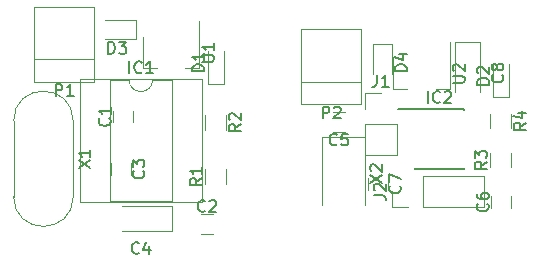
<source format=gto>
G04 #@! TF.FileFunction,Legend,Top*
%FSLAX46Y46*%
G04 Gerber Fmt 4.6, Leading zero omitted, Abs format (unit mm)*
G04 Created by KiCad (PCBNEW 4.0.7) date Thu May 24 16:02:08 2018*
%MOMM*%
%LPD*%
G01*
G04 APERTURE LIST*
%ADD10C,0.150000*%
%ADD11C,0.120000*%
G04 APERTURE END LIST*
D10*
D11*
X108696000Y-107636000D02*
G75*
G02X106696000Y-107636000I-1000000J0D01*
G01*
X106696000Y-107636000D02*
X105046000Y-107636000D01*
X105046000Y-107636000D02*
X105046000Y-117916000D01*
X105046000Y-117916000D02*
X110346000Y-117916000D01*
X110346000Y-117916000D02*
X110346000Y-107636000D01*
X110346000Y-107636000D02*
X108696000Y-107636000D01*
X102556000Y-107576000D02*
X102556000Y-117976000D01*
X102556000Y-117976000D02*
X112836000Y-117976000D01*
X112836000Y-117976000D02*
X112836000Y-107576000D01*
X112836000Y-107576000D02*
X102556000Y-107576000D01*
X105322000Y-110244000D02*
X105322000Y-111244000D01*
X107022000Y-111244000D02*
X107022000Y-110244000D01*
X113784000Y-119038000D02*
X112784000Y-119038000D01*
X112784000Y-120738000D02*
X113784000Y-120738000D01*
X106895000Y-115689000D02*
X106895000Y-114689000D01*
X105195000Y-114689000D02*
X105195000Y-115689000D01*
X110346000Y-120430000D02*
X106096000Y-120430000D01*
X110346000Y-118330000D02*
X106096000Y-118330000D01*
X110346000Y-120430000D02*
X110346000Y-118330000D01*
X113346000Y-107972000D02*
X114746000Y-107972000D01*
X114746000Y-107972000D02*
X114746000Y-105172000D01*
X113346000Y-107972000D02*
X113346000Y-105172000D01*
X107264000Y-104178000D02*
X107264000Y-102578000D01*
X107264000Y-102578000D02*
X104664000Y-102578000D01*
X107264000Y-104178000D02*
X104664000Y-104178000D01*
X98679000Y-105918000D02*
X103759000Y-105918000D01*
X98679000Y-101478000D02*
X103759000Y-101478000D01*
X103759000Y-107818000D02*
X98679000Y-107818000D01*
X103759000Y-107818000D02*
X103759000Y-101478000D01*
X98679000Y-107818000D02*
X98679000Y-101478000D01*
X114926000Y-115224000D02*
X114926000Y-116424000D01*
X113166000Y-116424000D02*
X113166000Y-115224000D01*
X113166000Y-111852000D02*
X113166000Y-110652000D01*
X114926000Y-110652000D02*
X114926000Y-111852000D01*
X109036000Y-106682000D02*
X107836000Y-106682000D01*
X107836000Y-106682000D02*
X107836000Y-103982000D01*
X112636000Y-102682000D02*
X112636000Y-106682000D01*
X112636000Y-106682000D02*
X111436000Y-106682000D01*
X123960000Y-112102000D02*
X124960000Y-112102000D01*
X124960000Y-110402000D02*
X123960000Y-110402000D01*
X137326000Y-117483000D02*
X137326000Y-118483000D01*
X139026000Y-118483000D02*
X139026000Y-117483000D01*
X128612000Y-116959000D02*
X128612000Y-115959000D01*
X126912000Y-115959000D02*
X126912000Y-116959000D01*
X136432000Y-104411000D02*
X136432000Y-108661000D01*
X134332000Y-104411000D02*
X134332000Y-108661000D01*
X136432000Y-104411000D02*
X134332000Y-104411000D01*
X137476000Y-109115000D02*
X138876000Y-109115000D01*
X138876000Y-109115000D02*
X138876000Y-106315000D01*
X137476000Y-109115000D02*
X137476000Y-106315000D01*
X128943000Y-104572000D02*
X127343000Y-104572000D01*
X127343000Y-104572000D02*
X127343000Y-107172000D01*
X128943000Y-104572000D02*
X128943000Y-107172000D01*
D10*
X130894000Y-110074000D02*
X130894000Y-110124000D01*
X135044000Y-110074000D02*
X135044000Y-110219000D01*
X135044000Y-115224000D02*
X135044000Y-115079000D01*
X130894000Y-115224000D02*
X130894000Y-115079000D01*
X130894000Y-110074000D02*
X135044000Y-110074000D01*
X130894000Y-115224000D02*
X135044000Y-115224000D01*
X130894000Y-110124000D02*
X129494000Y-110124000D01*
D11*
X121285000Y-107823000D02*
X126365000Y-107823000D01*
X121285000Y-103383000D02*
X126365000Y-103383000D01*
X126365000Y-109723000D02*
X121285000Y-109723000D01*
X126365000Y-109723000D02*
X126365000Y-103383000D01*
X121285000Y-109723000D02*
X121285000Y-103383000D01*
X139056000Y-113827000D02*
X139056000Y-115027000D01*
X137296000Y-115027000D02*
X137296000Y-113827000D01*
X137296000Y-111725000D02*
X137296000Y-110525000D01*
X139056000Y-110525000D02*
X139056000Y-111725000D01*
X130245000Y-108460000D02*
X129045000Y-108460000D01*
X129045000Y-108460000D02*
X129045000Y-105760000D01*
X133845000Y-104460000D02*
X133845000Y-108460000D01*
X133845000Y-108460000D02*
X132645000Y-108460000D01*
X126641000Y-118270000D02*
X126641000Y-112520000D01*
X126641000Y-112520000D02*
X123041000Y-112520000D01*
X123041000Y-112520000D02*
X123041000Y-118270000D01*
X101966000Y-111127000D02*
X101966000Y-117527000D01*
X96916000Y-111127000D02*
X96916000Y-117527000D01*
X96916000Y-111127000D02*
G75*
G02X101966000Y-111127000I2525000J0D01*
G01*
X96916000Y-117527000D02*
G75*
G03X101966000Y-117527000I2525000J0D01*
G01*
X126686000Y-113979000D02*
X129346000Y-113979000D01*
X126686000Y-111379000D02*
X126686000Y-113979000D01*
X129346000Y-111379000D02*
X129346000Y-113979000D01*
X126686000Y-111379000D02*
X129346000Y-111379000D01*
X126686000Y-110109000D02*
X126686000Y-108779000D01*
X126686000Y-108779000D02*
X128016000Y-108779000D01*
X136712000Y-118424000D02*
X136712000Y-115764000D01*
X131572000Y-118424000D02*
X136712000Y-118424000D01*
X131572000Y-115764000D02*
X136712000Y-115764000D01*
X131572000Y-118424000D02*
X131572000Y-115764000D01*
X130302000Y-118424000D02*
X128972000Y-118424000D01*
X128972000Y-118424000D02*
X128972000Y-117094000D01*
D10*
X106719810Y-107088381D02*
X106719810Y-106088381D01*
X107767429Y-106993143D02*
X107719810Y-107040762D01*
X107576953Y-107088381D01*
X107481715Y-107088381D01*
X107338857Y-107040762D01*
X107243619Y-106945524D01*
X107196000Y-106850286D01*
X107148381Y-106659810D01*
X107148381Y-106516952D01*
X107196000Y-106326476D01*
X107243619Y-106231238D01*
X107338857Y-106136000D01*
X107481715Y-106088381D01*
X107576953Y-106088381D01*
X107719810Y-106136000D01*
X107767429Y-106183619D01*
X108719810Y-107088381D02*
X108148381Y-107088381D01*
X108434095Y-107088381D02*
X108434095Y-106088381D01*
X108338857Y-106231238D01*
X108243619Y-106326476D01*
X108148381Y-106374095D01*
X105029143Y-110910666D02*
X105076762Y-110958285D01*
X105124381Y-111101142D01*
X105124381Y-111196380D01*
X105076762Y-111339238D01*
X104981524Y-111434476D01*
X104886286Y-111482095D01*
X104695810Y-111529714D01*
X104552952Y-111529714D01*
X104362476Y-111482095D01*
X104267238Y-111434476D01*
X104172000Y-111339238D01*
X104124381Y-111196380D01*
X104124381Y-111101142D01*
X104172000Y-110958285D01*
X104219619Y-110910666D01*
X105124381Y-109958285D02*
X105124381Y-110529714D01*
X105124381Y-110244000D02*
X104124381Y-110244000D01*
X104267238Y-110339238D01*
X104362476Y-110434476D01*
X104410095Y-110529714D01*
X113117334Y-118745143D02*
X113069715Y-118792762D01*
X112926858Y-118840381D01*
X112831620Y-118840381D01*
X112688762Y-118792762D01*
X112593524Y-118697524D01*
X112545905Y-118602286D01*
X112498286Y-118411810D01*
X112498286Y-118268952D01*
X112545905Y-118078476D01*
X112593524Y-117983238D01*
X112688762Y-117888000D01*
X112831620Y-117840381D01*
X112926858Y-117840381D01*
X113069715Y-117888000D01*
X113117334Y-117935619D01*
X113498286Y-117935619D02*
X113545905Y-117888000D01*
X113641143Y-117840381D01*
X113879239Y-117840381D01*
X113974477Y-117888000D01*
X114022096Y-117935619D01*
X114069715Y-118030857D01*
X114069715Y-118126095D01*
X114022096Y-118268952D01*
X113450667Y-118840381D01*
X114069715Y-118840381D01*
X107902143Y-115355666D02*
X107949762Y-115403285D01*
X107997381Y-115546142D01*
X107997381Y-115641380D01*
X107949762Y-115784238D01*
X107854524Y-115879476D01*
X107759286Y-115927095D01*
X107568810Y-115974714D01*
X107425952Y-115974714D01*
X107235476Y-115927095D01*
X107140238Y-115879476D01*
X107045000Y-115784238D01*
X106997381Y-115641380D01*
X106997381Y-115546142D01*
X107045000Y-115403285D01*
X107092619Y-115355666D01*
X106997381Y-115022333D02*
X106997381Y-114403285D01*
X107378333Y-114736619D01*
X107378333Y-114593761D01*
X107425952Y-114498523D01*
X107473571Y-114450904D01*
X107568810Y-114403285D01*
X107806905Y-114403285D01*
X107902143Y-114450904D01*
X107949762Y-114498523D01*
X107997381Y-114593761D01*
X107997381Y-114879476D01*
X107949762Y-114974714D01*
X107902143Y-115022333D01*
X107529334Y-122287143D02*
X107481715Y-122334762D01*
X107338858Y-122382381D01*
X107243620Y-122382381D01*
X107100762Y-122334762D01*
X107005524Y-122239524D01*
X106957905Y-122144286D01*
X106910286Y-121953810D01*
X106910286Y-121810952D01*
X106957905Y-121620476D01*
X107005524Y-121525238D01*
X107100762Y-121430000D01*
X107243620Y-121382381D01*
X107338858Y-121382381D01*
X107481715Y-121430000D01*
X107529334Y-121477619D01*
X108386477Y-121715714D02*
X108386477Y-122382381D01*
X108148381Y-121334762D02*
X107910286Y-122049048D01*
X108529334Y-122049048D01*
X113048381Y-106910095D02*
X112048381Y-106910095D01*
X112048381Y-106672000D01*
X112096000Y-106529142D01*
X112191238Y-106433904D01*
X112286476Y-106386285D01*
X112476952Y-106338666D01*
X112619810Y-106338666D01*
X112810286Y-106386285D01*
X112905524Y-106433904D01*
X113000762Y-106529142D01*
X113048381Y-106672000D01*
X113048381Y-106910095D01*
X113048381Y-105386285D02*
X113048381Y-105957714D01*
X113048381Y-105672000D02*
X112048381Y-105672000D01*
X112191238Y-105767238D01*
X112286476Y-105862476D01*
X112334095Y-105957714D01*
X104925905Y-105430381D02*
X104925905Y-104430381D01*
X105164000Y-104430381D01*
X105306858Y-104478000D01*
X105402096Y-104573238D01*
X105449715Y-104668476D01*
X105497334Y-104858952D01*
X105497334Y-105001810D01*
X105449715Y-105192286D01*
X105402096Y-105287524D01*
X105306858Y-105382762D01*
X105164000Y-105430381D01*
X104925905Y-105430381D01*
X105830667Y-104430381D02*
X106449715Y-104430381D01*
X106116381Y-104811333D01*
X106259239Y-104811333D01*
X106354477Y-104858952D01*
X106402096Y-104906571D01*
X106449715Y-105001810D01*
X106449715Y-105239905D01*
X106402096Y-105335143D01*
X106354477Y-105382762D01*
X106259239Y-105430381D01*
X105973524Y-105430381D01*
X105878286Y-105382762D01*
X105830667Y-105335143D01*
X100480905Y-109000381D02*
X100480905Y-108000381D01*
X100861858Y-108000381D01*
X100957096Y-108048000D01*
X101004715Y-108095619D01*
X101052334Y-108190857D01*
X101052334Y-108333714D01*
X101004715Y-108428952D01*
X100957096Y-108476571D01*
X100861858Y-108524190D01*
X100480905Y-108524190D01*
X102004715Y-109000381D02*
X101433286Y-109000381D01*
X101719000Y-109000381D02*
X101719000Y-108000381D01*
X101623762Y-108143238D01*
X101528524Y-108238476D01*
X101433286Y-108286095D01*
X112848381Y-115990666D02*
X112372190Y-116324000D01*
X112848381Y-116562095D02*
X111848381Y-116562095D01*
X111848381Y-116181142D01*
X111896000Y-116085904D01*
X111943619Y-116038285D01*
X112038857Y-115990666D01*
X112181714Y-115990666D01*
X112276952Y-116038285D01*
X112324571Y-116085904D01*
X112372190Y-116181142D01*
X112372190Y-116562095D01*
X112848381Y-115038285D02*
X112848381Y-115609714D01*
X112848381Y-115324000D02*
X111848381Y-115324000D01*
X111991238Y-115419238D01*
X112086476Y-115514476D01*
X112134095Y-115609714D01*
X116148381Y-111418666D02*
X115672190Y-111752000D01*
X116148381Y-111990095D02*
X115148381Y-111990095D01*
X115148381Y-111609142D01*
X115196000Y-111513904D01*
X115243619Y-111466285D01*
X115338857Y-111418666D01*
X115481714Y-111418666D01*
X115576952Y-111466285D01*
X115624571Y-111513904D01*
X115672190Y-111609142D01*
X115672190Y-111990095D01*
X115243619Y-111037714D02*
X115196000Y-110990095D01*
X115148381Y-110894857D01*
X115148381Y-110656761D01*
X115196000Y-110561523D01*
X115243619Y-110513904D01*
X115338857Y-110466285D01*
X115434095Y-110466285D01*
X115576952Y-110513904D01*
X116148381Y-111085333D01*
X116148381Y-110466285D01*
X112888381Y-106113905D02*
X113697905Y-106113905D01*
X113793143Y-106066286D01*
X113840762Y-106018667D01*
X113888381Y-105923429D01*
X113888381Y-105732952D01*
X113840762Y-105637714D01*
X113793143Y-105590095D01*
X113697905Y-105542476D01*
X112888381Y-105542476D01*
X113888381Y-104542476D02*
X113888381Y-105113905D01*
X113888381Y-104828191D02*
X112888381Y-104828191D01*
X113031238Y-104923429D01*
X113126476Y-105018667D01*
X113174095Y-105113905D01*
X124293334Y-113109143D02*
X124245715Y-113156762D01*
X124102858Y-113204381D01*
X124007620Y-113204381D01*
X123864762Y-113156762D01*
X123769524Y-113061524D01*
X123721905Y-112966286D01*
X123674286Y-112775810D01*
X123674286Y-112632952D01*
X123721905Y-112442476D01*
X123769524Y-112347238D01*
X123864762Y-112252000D01*
X124007620Y-112204381D01*
X124102858Y-112204381D01*
X124245715Y-112252000D01*
X124293334Y-112299619D01*
X125198096Y-112204381D02*
X124721905Y-112204381D01*
X124674286Y-112680571D01*
X124721905Y-112632952D01*
X124817143Y-112585333D01*
X125055239Y-112585333D01*
X125150477Y-112632952D01*
X125198096Y-112680571D01*
X125245715Y-112775810D01*
X125245715Y-113013905D01*
X125198096Y-113109143D01*
X125150477Y-113156762D01*
X125055239Y-113204381D01*
X124817143Y-113204381D01*
X124721905Y-113156762D01*
X124674286Y-113109143D01*
X137033143Y-118149666D02*
X137080762Y-118197285D01*
X137128381Y-118340142D01*
X137128381Y-118435380D01*
X137080762Y-118578238D01*
X136985524Y-118673476D01*
X136890286Y-118721095D01*
X136699810Y-118768714D01*
X136556952Y-118768714D01*
X136366476Y-118721095D01*
X136271238Y-118673476D01*
X136176000Y-118578238D01*
X136128381Y-118435380D01*
X136128381Y-118340142D01*
X136176000Y-118197285D01*
X136223619Y-118149666D01*
X136128381Y-117292523D02*
X136128381Y-117483000D01*
X136176000Y-117578238D01*
X136223619Y-117625857D01*
X136366476Y-117721095D01*
X136556952Y-117768714D01*
X136937905Y-117768714D01*
X137033143Y-117721095D01*
X137080762Y-117673476D01*
X137128381Y-117578238D01*
X137128381Y-117387761D01*
X137080762Y-117292523D01*
X137033143Y-117244904D01*
X136937905Y-117197285D01*
X136699810Y-117197285D01*
X136604571Y-117244904D01*
X136556952Y-117292523D01*
X136509333Y-117387761D01*
X136509333Y-117578238D01*
X136556952Y-117673476D01*
X136604571Y-117721095D01*
X136699810Y-117768714D01*
X129619143Y-116625666D02*
X129666762Y-116673285D01*
X129714381Y-116816142D01*
X129714381Y-116911380D01*
X129666762Y-117054238D01*
X129571524Y-117149476D01*
X129476286Y-117197095D01*
X129285810Y-117244714D01*
X129142952Y-117244714D01*
X128952476Y-117197095D01*
X128857238Y-117149476D01*
X128762000Y-117054238D01*
X128714381Y-116911380D01*
X128714381Y-116816142D01*
X128762000Y-116673285D01*
X128809619Y-116625666D01*
X128714381Y-116292333D02*
X128714381Y-115625666D01*
X129714381Y-116054238D01*
X138289143Y-107227666D02*
X138336762Y-107275285D01*
X138384381Y-107418142D01*
X138384381Y-107513380D01*
X138336762Y-107656238D01*
X138241524Y-107751476D01*
X138146286Y-107799095D01*
X137955810Y-107846714D01*
X137812952Y-107846714D01*
X137622476Y-107799095D01*
X137527238Y-107751476D01*
X137432000Y-107656238D01*
X137384381Y-107513380D01*
X137384381Y-107418142D01*
X137432000Y-107275285D01*
X137479619Y-107227666D01*
X137812952Y-106656238D02*
X137765333Y-106751476D01*
X137717714Y-106799095D01*
X137622476Y-106846714D01*
X137574857Y-106846714D01*
X137479619Y-106799095D01*
X137432000Y-106751476D01*
X137384381Y-106656238D01*
X137384381Y-106465761D01*
X137432000Y-106370523D01*
X137479619Y-106322904D01*
X137574857Y-106275285D01*
X137622476Y-106275285D01*
X137717714Y-106322904D01*
X137765333Y-106370523D01*
X137812952Y-106465761D01*
X137812952Y-106656238D01*
X137860571Y-106751476D01*
X137908190Y-106799095D01*
X138003429Y-106846714D01*
X138193905Y-106846714D01*
X138289143Y-106799095D01*
X138336762Y-106751476D01*
X138384381Y-106656238D01*
X138384381Y-106465761D01*
X138336762Y-106370523D01*
X138289143Y-106322904D01*
X138193905Y-106275285D01*
X138003429Y-106275285D01*
X137908190Y-106322904D01*
X137860571Y-106370523D01*
X137812952Y-106465761D01*
X137178381Y-108053095D02*
X136178381Y-108053095D01*
X136178381Y-107815000D01*
X136226000Y-107672142D01*
X136321238Y-107576904D01*
X136416476Y-107529285D01*
X136606952Y-107481666D01*
X136749810Y-107481666D01*
X136940286Y-107529285D01*
X137035524Y-107576904D01*
X137130762Y-107672142D01*
X137178381Y-107815000D01*
X137178381Y-108053095D01*
X136273619Y-107100714D02*
X136226000Y-107053095D01*
X136178381Y-106957857D01*
X136178381Y-106719761D01*
X136226000Y-106624523D01*
X136273619Y-106576904D01*
X136368857Y-106529285D01*
X136464095Y-106529285D01*
X136606952Y-106576904D01*
X137178381Y-107148333D01*
X137178381Y-106529285D01*
X130195381Y-106910095D02*
X129195381Y-106910095D01*
X129195381Y-106672000D01*
X129243000Y-106529142D01*
X129338238Y-106433904D01*
X129433476Y-106386285D01*
X129623952Y-106338666D01*
X129766810Y-106338666D01*
X129957286Y-106386285D01*
X130052524Y-106433904D01*
X130147762Y-106529142D01*
X130195381Y-106672000D01*
X130195381Y-106910095D01*
X129528714Y-105481523D02*
X130195381Y-105481523D01*
X129147762Y-105719619D02*
X129862048Y-105957714D01*
X129862048Y-105338666D01*
X131992810Y-109601381D02*
X131992810Y-108601381D01*
X133040429Y-109506143D02*
X132992810Y-109553762D01*
X132849953Y-109601381D01*
X132754715Y-109601381D01*
X132611857Y-109553762D01*
X132516619Y-109458524D01*
X132469000Y-109363286D01*
X132421381Y-109172810D01*
X132421381Y-109029952D01*
X132469000Y-108839476D01*
X132516619Y-108744238D01*
X132611857Y-108649000D01*
X132754715Y-108601381D01*
X132849953Y-108601381D01*
X132992810Y-108649000D01*
X133040429Y-108696619D01*
X133421381Y-108696619D02*
X133469000Y-108649000D01*
X133564238Y-108601381D01*
X133802334Y-108601381D01*
X133897572Y-108649000D01*
X133945191Y-108696619D01*
X133992810Y-108791857D01*
X133992810Y-108887095D01*
X133945191Y-109029952D01*
X133373762Y-109601381D01*
X133992810Y-109601381D01*
X123086905Y-110905381D02*
X123086905Y-109905381D01*
X123467858Y-109905381D01*
X123563096Y-109953000D01*
X123610715Y-110000619D01*
X123658334Y-110095857D01*
X123658334Y-110238714D01*
X123610715Y-110333952D01*
X123563096Y-110381571D01*
X123467858Y-110429190D01*
X123086905Y-110429190D01*
X124039286Y-110000619D02*
X124086905Y-109953000D01*
X124182143Y-109905381D01*
X124420239Y-109905381D01*
X124515477Y-109953000D01*
X124563096Y-110000619D01*
X124610715Y-110095857D01*
X124610715Y-110191095D01*
X124563096Y-110333952D01*
X123991667Y-110905381D01*
X124610715Y-110905381D01*
X136978381Y-114593666D02*
X136502190Y-114927000D01*
X136978381Y-115165095D02*
X135978381Y-115165095D01*
X135978381Y-114784142D01*
X136026000Y-114688904D01*
X136073619Y-114641285D01*
X136168857Y-114593666D01*
X136311714Y-114593666D01*
X136406952Y-114641285D01*
X136454571Y-114688904D01*
X136502190Y-114784142D01*
X136502190Y-115165095D01*
X135978381Y-114260333D02*
X135978381Y-113641285D01*
X136359333Y-113974619D01*
X136359333Y-113831761D01*
X136406952Y-113736523D01*
X136454571Y-113688904D01*
X136549810Y-113641285D01*
X136787905Y-113641285D01*
X136883143Y-113688904D01*
X136930762Y-113736523D01*
X136978381Y-113831761D01*
X136978381Y-114117476D01*
X136930762Y-114212714D01*
X136883143Y-114260333D01*
X140278381Y-111291666D02*
X139802190Y-111625000D01*
X140278381Y-111863095D02*
X139278381Y-111863095D01*
X139278381Y-111482142D01*
X139326000Y-111386904D01*
X139373619Y-111339285D01*
X139468857Y-111291666D01*
X139611714Y-111291666D01*
X139706952Y-111339285D01*
X139754571Y-111386904D01*
X139802190Y-111482142D01*
X139802190Y-111863095D01*
X139611714Y-110434523D02*
X140278381Y-110434523D01*
X139230762Y-110672619D02*
X139945048Y-110910714D01*
X139945048Y-110291666D01*
X134097381Y-107891905D02*
X134906905Y-107891905D01*
X135002143Y-107844286D01*
X135049762Y-107796667D01*
X135097381Y-107701429D01*
X135097381Y-107510952D01*
X135049762Y-107415714D01*
X135002143Y-107368095D01*
X134906905Y-107320476D01*
X134097381Y-107320476D01*
X134192619Y-106891905D02*
X134145000Y-106844286D01*
X134097381Y-106749048D01*
X134097381Y-106510952D01*
X134145000Y-106415714D01*
X134192619Y-106368095D01*
X134287857Y-106320476D01*
X134383095Y-106320476D01*
X134525952Y-106368095D01*
X135097381Y-106939524D01*
X135097381Y-106320476D01*
X127093381Y-116379524D02*
X128093381Y-115712857D01*
X127093381Y-115712857D02*
X128093381Y-116379524D01*
X127188619Y-115379524D02*
X127141000Y-115331905D01*
X127093381Y-115236667D01*
X127093381Y-114998571D01*
X127141000Y-114903333D01*
X127188619Y-114855714D01*
X127283857Y-114808095D01*
X127379095Y-114808095D01*
X127521952Y-114855714D01*
X128093381Y-115427143D01*
X128093381Y-114808095D01*
X102418381Y-115136524D02*
X103418381Y-114469857D01*
X102418381Y-114469857D02*
X103418381Y-115136524D01*
X103418381Y-113565095D02*
X103418381Y-114136524D01*
X103418381Y-113850810D02*
X102418381Y-113850810D01*
X102561238Y-113946048D01*
X102656476Y-114041286D01*
X102704095Y-114136524D01*
X127682667Y-107231381D02*
X127682667Y-107945667D01*
X127635047Y-108088524D01*
X127539809Y-108183762D01*
X127396952Y-108231381D01*
X127301714Y-108231381D01*
X128682667Y-108231381D02*
X128111238Y-108231381D01*
X128396952Y-108231381D02*
X128396952Y-107231381D01*
X128301714Y-107374238D01*
X128206476Y-107469476D01*
X128111238Y-107517095D01*
X127424381Y-117427333D02*
X128138667Y-117427333D01*
X128281524Y-117474953D01*
X128376762Y-117570191D01*
X128424381Y-117713048D01*
X128424381Y-117808286D01*
X127519619Y-116998762D02*
X127472000Y-116951143D01*
X127424381Y-116855905D01*
X127424381Y-116617809D01*
X127472000Y-116522571D01*
X127519619Y-116474952D01*
X127614857Y-116427333D01*
X127710095Y-116427333D01*
X127852952Y-116474952D01*
X128424381Y-117046381D01*
X128424381Y-116427333D01*
M02*

</source>
